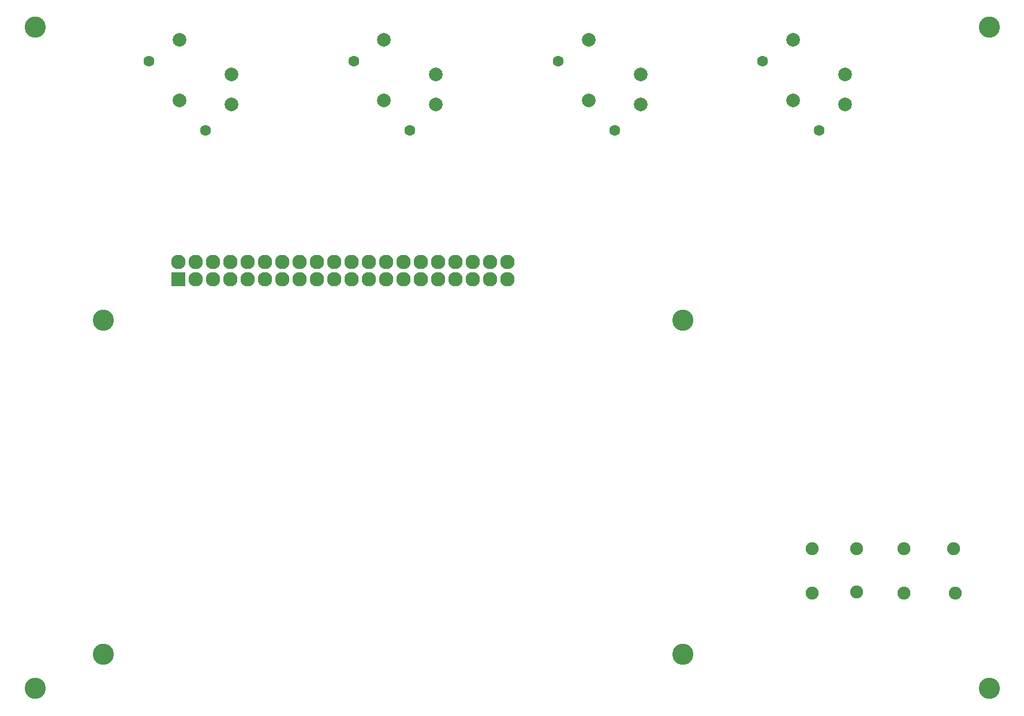
<source format=gbr>
G04 #@! TF.GenerationSoftware,KiCad,Pcbnew,(2016-12-18 revision 3ffa37c)-master*
G04 #@! TF.CreationDate,2017-03-29T20:30:54-07:00*
G04 #@! TF.ProjectId,GameshowV2,47616D6573686F7756322E6B69636164,rev?*
G04 #@! TF.FileFunction,Soldermask,Bot*
G04 #@! TF.FilePolarity,Negative*
%FSLAX46Y46*%
G04 Gerber Fmt 4.6, Leading zero omitted, Abs format (unit mm)*
G04 Created by KiCad (PCBNEW (2016-12-18 revision 3ffa37c)-master) date Wednesday, March 29, 2017 'PMt' 08:30:54 PM*
%MOMM*%
%LPD*%
G01*
G04 APERTURE LIST*
%ADD10C,0.100000*%
%ADD11C,2.000000*%
%ADD12C,1.600000*%
%ADD13C,1.900000*%
%ADD14C,3.100000*%
%ADD15O,2.127200X2.127200*%
%ADD16R,2.127200X2.127200*%
G04 APERTURE END LIST*
D10*
D11*
X176190000Y-29810000D03*
X183810000Y-34890000D03*
X183810000Y-39335000D03*
X176190000Y-38700000D03*
D12*
X180000000Y-43150000D03*
X171750000Y-32980000D03*
D11*
X206190000Y-29810000D03*
X213810000Y-34890000D03*
X213810000Y-39335000D03*
X206190000Y-38700000D03*
D12*
X210000000Y-43150000D03*
X201750000Y-32980000D03*
D11*
X146190000Y-29810000D03*
X153810000Y-34890000D03*
X153810000Y-39335000D03*
X146190000Y-38700000D03*
D12*
X150000000Y-43150000D03*
X141750000Y-32980000D03*
D11*
X116190000Y-29810000D03*
X123810000Y-34890000D03*
X123810000Y-39335000D03*
X116190000Y-38700000D03*
D12*
X120000000Y-43150000D03*
X111750000Y-32980000D03*
D13*
X230000000Y-111000000D03*
X222500000Y-111000000D03*
X215559000Y-110876000D03*
X209000000Y-111000000D03*
X229750000Y-104500000D03*
X222500000Y-104500000D03*
X215500000Y-104500000D03*
X209000000Y-104500000D03*
D14*
X95000000Y-28000000D03*
X235000000Y-28000000D03*
X235000000Y-125000000D03*
X95000000Y-125000000D03*
X190000000Y-120000000D03*
X190000000Y-71000000D03*
X105000000Y-120000000D03*
X105000000Y-71000000D03*
D15*
X164260000Y-62460000D03*
X164260000Y-65000000D03*
X161720000Y-62460000D03*
X161720000Y-65000000D03*
X159180000Y-62460000D03*
X159180000Y-65000000D03*
X156640000Y-62460000D03*
X156640000Y-65000000D03*
X154100000Y-62460000D03*
X154100000Y-65000000D03*
X151560000Y-62460000D03*
X151560000Y-65000000D03*
X149020000Y-62460000D03*
X149020000Y-65000000D03*
X146480000Y-62460000D03*
X146480000Y-65000000D03*
X143940000Y-62460000D03*
X143940000Y-65000000D03*
X141400000Y-62460000D03*
X141400000Y-65000000D03*
X138860000Y-62460000D03*
X138860000Y-65000000D03*
X136320000Y-62460000D03*
X136320000Y-65000000D03*
X133780000Y-62460000D03*
X133780000Y-65000000D03*
X131240000Y-62460000D03*
X131240000Y-65000000D03*
X128700000Y-62460000D03*
X128700000Y-65000000D03*
X126160000Y-62460000D03*
X126160000Y-65000000D03*
X123620000Y-62460000D03*
X123620000Y-65000000D03*
X121080000Y-62460000D03*
X121080000Y-65000000D03*
X118540000Y-62460000D03*
X118540000Y-65000000D03*
X116000000Y-62460000D03*
D16*
X116000000Y-65000000D03*
M02*

</source>
